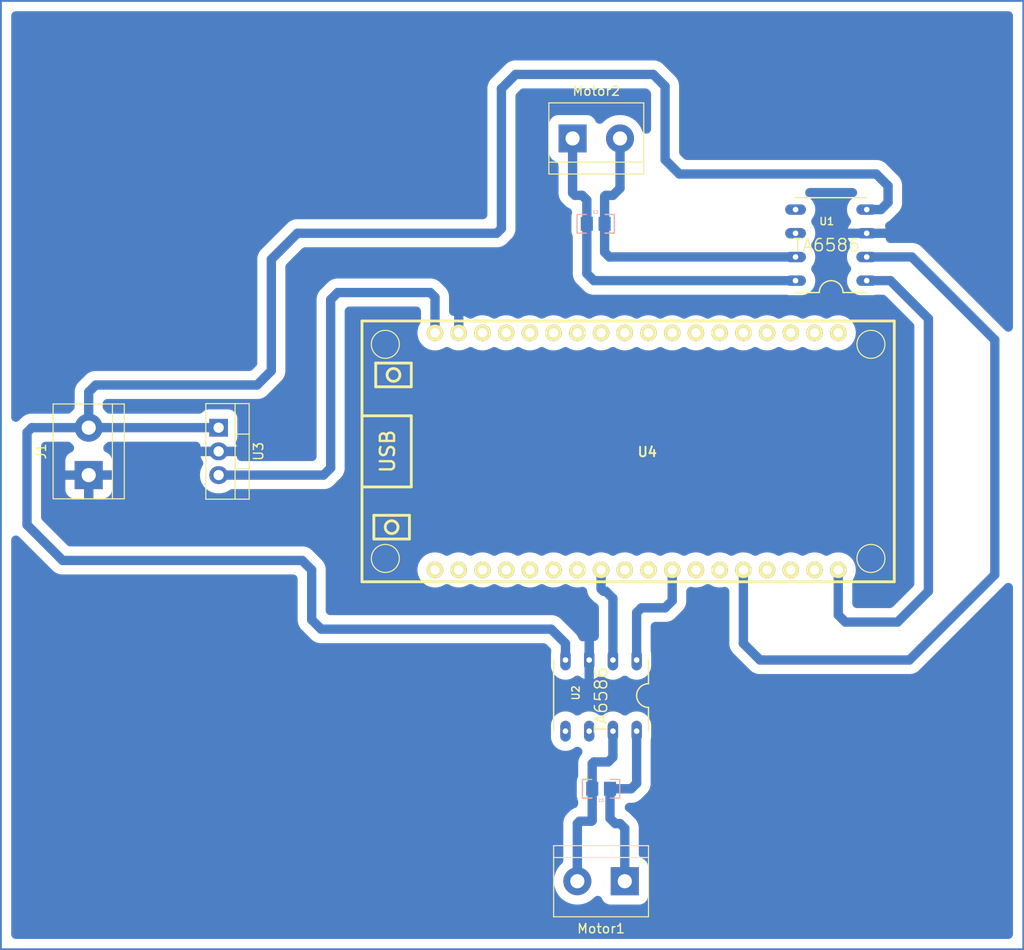
<source format=kicad_pcb>
(kicad_pcb (version 20240108) (generator "pcbnew") (generator_version "8.0")
  (layers (0 "F.Cu" signal) (31 "B.Cu" signal) (34 "B.Paste" user) (35 "F.Paste" user) (36 "B.SilkS" user "B.Silkscreen") (37 "F.SilkS" user "F.Silkscreen") (38 "B.Mask" user) (39 "F.Mask" user) (44 "Edge.Cuts" user))
  (net 0 "")
  (net 1 "Net-(Motor1-Pin_1)")
  (net 2 "Net-(Motor1-Pin_2)")
  (net 3 "Net-(Motor2-Pin_1)")
  (net 4 "Net-(Motor2-Pin_2)")
  (net 5 "VCC")
  (net 6 "GND")
  (net 7 "FI_1")
  (net 9 "BI_1")
  (net 12 "FI_2")
  (net 13 "BI_2")
  (net 15 "+5V")
  (footprint "TA6586 (2):TA6586-FOOTPRINT" (layer "F.Cu") (at 84.074 114.554 -90)
    (property "Reference" "U2" (at -9.1796 0.1638 90) (layer "F.SilkS") (effects (font (size 0.787402 0.787402))))
    (property "Value" "TA6586" (hide yes))
    (fp_line (start -12.7 2.54) (end -5.08 2.54) (stroke (width 0.1524)) (layer "F.SilkS"))
    (fp_line (start -12.7 -7.62) (end -10.16 -7.62) (stroke (width 0.1524)) (layer "F.SilkS"))
    (fp_line (start -7.62 -7.62) (end -5.08 -7.62) (stroke (width 0.1524)) (layer "F.SilkS"))
    (fp_arc (start -8.89 -6.35) (mid -9.788026 -6.721974) (end -10.16 -7.62) (stroke (width 0.1524)) (layer "F.SilkS"))
    (fp_arc (start -7.62 -7.62) (mid -7.991974 -6.721974) (end -8.89 -6.35) (stroke (width 0.1524)) (layer "F.SilkS"))
    (fp_text user "TA6586 " (at -8.89 -2.54 90) (layer "F.SilkS") (effects (font (size 1.32 1.32))))
    (pad "BI" thru_hole oval (at -12.7 -6.35 270) (size 2.216 1.108) (drill 0.6) (layers "*.Cu" "*.Mask") (net 13 "BI_2"))
    (pad "BO1" thru_hole oval (at -5.08 -3.81 270) (size 2.216 1.108) (drill 0.6) (layers "*.Cu" "*.Mask") (net 2 "Net-(Motor1-Pin_2)"))
    (pad "BO2" thru_hole oval (at -5.08 -6.35 270) (size 2.216 1.108) (drill 0.6) (layers "*.Cu" "*.Mask") (net 1 "Net-(Motor1-Pin_1)"))
    (pad "FI" thru_hole oval (at -12.7 -3.81 270) (size 2.216 1.108) (drill 0.6) (layers "*.Cu" "*.Mask") (net 12 "FI_2"))
    (pad "FO1" thru_hole oval (at -5.08 1.27 270) (size 2.216 1.108) (drill 0.6) (layers "*.Cu" "*.Mask"))
    (pad "FO2" thru_hole oval (at -5.08 -1.27 270) (size 2.216 1.108) (drill 0.6) (layers "*.Cu" "*.Mask"))
    (pad "GND" thru_hole oval (at -12.7 -1.27 270) (size 2.216 1.108) (drill 0.6) (layers "*.Cu" "*.Mask") (net 6 "GND"))
    (pad "VCC" thru_hole oval (at -12.7 1.27 270) (size 2.216 1.108) (drill 0.6) (layers "*.Cu" "*.Mask") (net 5 "VCC"))
  )
  (footprint "EESTN5:ESP32_DEVKIT_V1_DOIT" (layer "F.Cu") (at 91.694 79.502 180)
    (property "Reference" "U4" (at 0.127 -0.0635 0) (layer "F.SilkS") (effects (font (size 1.016 1.016) (thickness 0.2032))))
    (property "Value" "ESP32_DevKit_V1_DOIT" (hide yes))
    (fp_line (start 30.68 13.97) (end 30.68 -13.97) (stroke (width 0.3048)) (layer "F.SilkS"))
    (fp_line (start 30.48 -3.81) (end 25.4 -3.81) (stroke (width 0.3048)) (layer "F.SilkS"))
    (fp_line (start 29.41 -6.85) (end 29.41 -9.39) (stroke (width 0.3048)) (layer "F.SilkS"))
    (fp_line (start 29.41 -9.39) (end 25.6 -9.39) (stroke (width 0.3048)) (layer "F.SilkS"))
    (fp_line (start 29.21 9.46) (end 25.4 9.46) (stroke (width 0.3048)) (layer "F.SilkS"))
    (fp_line (start 29.21 6.92) (end 29.21 9.46) (stroke (width 0.3048)) (layer "F.SilkS"))
    (fp_line (start 25.6 -6.85) (end 29.41 -6.85) (stroke (width 0.3048)) (layer "F.SilkS"))
    (fp_line (start 25.6 -9.39) (end 25.6 -6.85) (stroke (width 0.3048)) (layer "F.SilkS"))
    (fp_line (start 25.4 9.46) (end 25.4 6.92) (stroke (width 0.3048)) (layer "F.SilkS"))
    (fp_line (start 25.4 6.92) (end 29.21 6.92) (stroke (width 0.3048)) (layer "F.SilkS"))
    (fp_line (start 25.4 3.81) (end 30.48 3.81) (stroke (width 0.3048)) (layer "F.SilkS"))
    (fp_line (start 25.4 -3.81) (end 25.4 3.81) (stroke (width 0.3048)) (layer "F.SilkS"))
    (fp_line (start -26.32 13.97) (end 30.68 13.97) (stroke (width 0.3048)) (layer "F.SilkS"))
    (fp_line (start -26.32 -13.97) (end 30.68 -13.97) (stroke (width 0.3048)) (layer "F.SilkS"))
    (fp_line (start -26.32 -13.97) (end -26.32 13.97) (stroke (width 0.3048)) (layer "F.SilkS"))
    (fp_circle (center 28.18 11.47) (end 29.68 11.47) (stroke (width 0.12)) (fill none) (layer "F.SilkS"))
    (fp_circle (center 28.18 -11.47) (end 29.68 -11.47) (stroke (width 0.12)) (fill none) (layer "F.SilkS"))
    (fp_circle (center 27.505 -8.12) (end 28.0765 -7.739) (stroke (width 0.3048)) (fill none) (layer "F.SilkS"))
    (fp_circle (center 27.305 8.19) (end 27.8765 8.571) (stroke (width 0.3048)) (fill none) (layer "F.SilkS"))
    (fp_circle (center -23.82 11.47) (end -22.32 11.47) (stroke (width 0.12)) (fill none) (layer "F.SilkS"))
    (fp_circle (center -23.82 -11.47) (end -22.32 -11.47) (stroke (width 0.12)) (fill none) (layer "F.SilkS"))
    (fp_text user "USB" (at 27.94 0 90) (layer "F.SilkS") (effects (font (size 1.524 1.524) (thickness 0.254))))
    (pad "1" thru_hole circle (at -20.32 12.7) (size 1.75 1.75) (drill 1) (layers "*.Cu" "*.Mask" "F.SilkS"))
    (pad "2" thru_hole circle (at -17.78 12.7) (size 1.75 1.75) (drill 1) (layers "*.Cu" "*.Mask" "F.SilkS"))
    (pad "3" thru_hole circle (at -15.24 12.7) (size 1.75 1.75) (drill 1) (layers "*.Cu" "*.Mask" "F.SilkS"))
    (pad "4" thru_hole circle (at -12.7 12.7) (size 1.75 1.75) (drill 1) (layers "*.Cu" "*.Mask" "F.SilkS"))
    (pad "5" thru_hole circle (at -10.16 12.7) (size 1.75 1.75) (drill 1) (layers "*.Cu" "*.Mask" "F.SilkS"))
    (pad "6" thru_hole circle (at -7.62 12.7) (size 1.75 1.75) (drill 1) (layers "*.Cu" "*.Mask" "F.SilkS"))
    (pad "7" thru_hole circle (at -5.08 12.7) (size 1.75 1.75) (drill 1) (layers "*.Cu" "*.Mask" "F.SilkS"))
    (pad "8" thru_hole circle (at -2.54 12.7) (size 1.75 1.75) (drill 1) (layers "*.Cu" "*.Mask" "F.SilkS"))
    (pad "9" thru_hole circle (at 0 12.7) (size 1.75 1.75) (drill 1) (layers "*.Cu" "*.Mask" "F.SilkS"))
    (pad "10" thru_hole circle (at 2.54 12.7) (size 1.75 1.75) (drill 1) (layers "*.Cu" "*.Mask" "F.SilkS"))
    (pad "11" thru_hole circle (at 5.08 12.7) (size 1.75 1.75) (drill 1) (layers "*.Cu" "*.Mask" "F.SilkS"))
    (pad "12" thru_hole circle (at 7.62 12.7) (size 1.75 1.75) (drill 1) (layers "*.Cu" "*.Mask" "F.SilkS"))
    (pad "13" thru_hole circle (at 10.16 12.7) (size 1.75 1.75) (drill 1) (layers "*.Cu" "*.Mask" "F.SilkS"))
    (pad "14" thru_hole circle (at 12.7 12.7) (size 1.75 1.75) (drill 1) (layers "*.Cu" "*.Mask" "F.SilkS"))
    (pad "15" thru_hole circle (at 15.24 12.7) (size 1.75 1.75) (drill 1) (layers "*.Cu" "*.Mask" "F.SilkS"))
    (pad "16" thru_hole circle (at 17.78 12.7) (size 1.75 1.75) (drill 1) (layers "*.Cu" "*.Mask" "F.SilkS"))
    (pad "17" thru_hole circle (at 20.32 12.7) (size 1.75 1.75) (drill 1) (layers "*.Cu" "*.Mask" "F.SilkS") (net 6 "GND"))
    (pad "18" thru_hole circle (at 22.86 12.7) (size 1.75 1.75) (drill 1) (layers "*.Cu" "*.Mask" "F.SilkS") (net 15 "+5V"))
    (pad "19" thru_hole circle (at 22.86 -12.7) (size 1.75 1.75) (drill 1) (layers "*.Cu" "*.Mask" "F.SilkS"))
    (pad "20" thru_hole circle (at 20.32 -12.7) (size 1.75 1.75) (drill 1) (layers "*.Cu" "*.Mask" "F.SilkS"))
    (pad "21" thru_hole circle (at 17.78 -12.7) (size 1.75 1.75) (drill 1) (layers "*.Cu" "*.Mask" "F.SilkS"))
    (pad "22" thru_hole circle (at 15.24 -12.7) (size 1.75 1.75) (drill 1) (layers "*.Cu" "*.Mask" "F.SilkS"))
    (pad "23" thru_hole circle (at 12.7 -12.7) (size 1.75 1.75) (drill 1) (layers "*.Cu" "*.Mask" "F.SilkS"))
    (pad "24" thru_hole circle (at 10.16 -12.7) (size 1.75 1.75) (drill 1) (layers "*.Cu" "*.Mask" "F.SilkS"))
    (pad "25" thru_hole circle (at 7.62 -12.7) (size 1.75 1.75) (drill 1) (layers "*.Cu" "*.Mask" "F.SilkS"))
    (pad "26" thru_hole circle (at 5.08 -12.7) (size 1.75 1.75) (drill 1) (layers "*.Cu" "*.Mask" "F.SilkS") (net 12 "FI_2"))
    (pad "27" thru_hole circle (at 2.54 -12.7) (size 1.75 1.75) (drill 1) (layers "*.Cu" "*.Mask" "F.SilkS"))
    (pad "28" thru_hole circle (at 0 -12.7) (size 1.75 1.75) (drill 1) (layers "*.Cu" "*.Mask" "F.SilkS"))
    (pad "29" thru_hole circle (at -2.54 -12.7) (size 1.75 1.75) (drill 1) (layers "*.Cu" "*.Mask" "F.SilkS") (net 13 "BI_2"))
    (pad "30" thru_hole circle (at -5.08 -12.7) (size 1.75 1.75) (drill 1) (layers "*.Cu" "*.Mask" "F.SilkS"))
    (pad "31" thru_hole circle (at -7.62 -12.7) (size 1.75 1.75) (drill 1) (layers "*.Cu" "*.Mask" "F.SilkS"))
    (pad "32" thru_hole circle (at -10.16 -12.7) (size 1.75 1.75) (drill 1) (layers "*.Cu" "*.Mask" "F.SilkS") (net 7 "FI_1"))
    (pad "33" thru_hole circle (at -12.7 -12.7) (size 1.75 1.75) (drill 1) (layers "*.Cu" "*.Mask" "F.SilkS"))
    (pad "34" thru_hole circle (at -15.24 -12.7) (size 1.75 1.75) (drill 1) (layers "*.Cu" "*.Mask" "F.SilkS"))
    (pad "35" thru_hole circle (at -17.78 -12.7) (size 1.75 1.75) (drill 1) (layers "*.Cu" "*.Mask" "F.SilkS"))
    (pad "36" thru_hole circle (at -20.32 -12.7) (size 1.75 1.75) (drill 1) (layers "*.Cu" "*.Mask" "F.SilkS") (net 9 "BI_1"))
  )
  (footprint "TA6586 (2):TA6586-FOOTPRINT" (layer "F.Cu") (at 102.362 54.864 180)
    (property "Reference" "U1" (at -8.4176 0 360) (layer "F.SilkS") (effects (font (size 0.787402 0.787402))))
    (property "Value" "TA6586" (hide yes))
    (fp_line (start -7.62 -7.62) (end -5.08 -7.62) (stroke (width 0.1524)) (layer "F.SilkS"))
    (fp_line (start -12.7 2.54) (end -5.08 2.54) (stroke (width 0.1524)) (layer "F.SilkS"))
    (fp_line (start -12.7 -7.62) (end -10.16 -7.62) (stroke (width 0.1524)) (layer "F.SilkS"))
    (fp_arc (start -7.62 -7.62) (mid -7.991974 -6.721974) (end -8.89 -6.35) (stroke (width 0.1524)) (layer "F.SilkS"))
    (fp_arc (start -8.89 -6.35) (mid -9.788026 -6.721974) (end -10.16 -7.62) (stroke (width 0.1524)) (layer "F.SilkS"))
    (fp_text user "TA6586 " (at -8.89 -2.54 360) (layer "F.SilkS") (effects (font (size 1.32 1.32))))
    (pad "BI" thru_hole oval (at -12.7 -6.35 180) (size 2.216 1.108) (drill 0.6) (layers "*.Cu" "*.Mask") (net 9 "BI_1"))
    (pad "BO1" thru_hole oval (at -5.08 -3.81 180) (size 2.216 1.108) (drill 0.6) (layers "*.Cu" "*.Mask") (net 4 "Net-(Motor2-Pin_2)"))
    (pad "BO2" thru_hole oval (at -5.08 -6.35 180) (size 2.216 1.108) (drill 0.6) (layers "*.Cu" "*.Mask") (net 3 "Net-(Motor2-Pin_1)"))
    (pad "FI" thru_hole oval (at -12.7 -3.81 180) (size 2.216 1.108) (drill 0.6) (layers "*.Cu" "*.Mask") (net 7 "FI_1"))
    (pad "FO1" thru_hole oval (at -5.08 1.27 180) (size 2.216 1.108) (drill 0.6) (layers "*.Cu" "*.Mask"))
    (pad "FO2" thru_hole oval (at -5.08 -1.27 180) (size 2.216 1.108) (drill 0.6) (layers "*.Cu" "*.Mask"))
    (pad "GND" thru_hole oval (at -12.7 -1.27 180) (size 2.216 1.108) (drill 0.6) (layers "*.Cu" "*.Mask") (net 6 "GND"))
    (pad "VCC" thru_hole oval (at -12.7 1.27 180) (size 2.216 1.108) (drill 0.6) (layers "*.Cu" "*.Mask") (net 5 "VCC"))
  )
  (footprint "Package_TO_SOT_THT:TO-220-3_Vertical" (layer "F.Cu") (at 45.664 76.962 -90)
    (property "Reference" "U3" (at 2.54 -4.27 90) (layer "F.SilkS"))
    (property "Value" "LM7805_TO220")
    (fp_line (start -2.58 1.371) (end 7.66 1.371) (stroke (width 0.12)) (layer "F.SilkS"))
    (fp_line (start -2.58 -1.76) (end 7.66 -1.76) (stroke (width 0.12)) (layer "F.SilkS"))
    (fp_line (start -2.58 -3.27) (end -2.58 1.371) (stroke (width 0.12)) (layer "F.SilkS"))
    (fp_line (start -2.58 -3.27) (end 7.66 -3.27) (stroke (width 0.12)) (layer "F.SilkS"))
    (fp_line (start 0.69 -3.27) (end 0.69 -1.76) (stroke (width 0.12)) (layer "F.SilkS"))
    (fp_line (start 4.391 -3.27) (end 4.391 -1.76) (stroke (width 0.12)) (layer "F.SilkS"))
    (fp_line (start 7.66 -3.27) (end 7.66 1.371) (stroke (width 0.12)) (layer "F.SilkS"))
    (pad "1" thru_hole rect (at 0 0 270) (size 1.905 2) (drill 1.1) (layers "*.Cu" "*.Mask") (net 5 "VCC"))
    (pad "2" thru_hole oval (at 2.54 0 270) (size 1.905 2) (drill 1.1) (layers "*.Cu" "*.Mask") (net 6 "GND"))
    (pad "3" thru_hole oval (at 5.08 0 270) (size 1.905 2) (drill 1.1) (layers "*.Cu" "*.Mask") (net 15 "+5V"))
  )
  (footprint "TerminalBlock:TerminalBlock_bornier-2_P5.08mm" (layer "F.Cu") (at 83.566 45.974)
    (property "Reference" "Motor2" (at 2.54 -5.08 360) (layer "F.SilkS"))
    (property "Value" "Screw_Terminal_01x02")
    (fp_line (start -2.54 -3.81) (end -2.54 3.81) (stroke (width 0.12)) (layer "F.SilkS"))
    (fp_line (start -2.54 3.81) (end 7.62 3.81) (stroke (width 0.12)) (layer "F.SilkS"))
    (fp_line (start 7.62 -3.81) (end -2.54 -3.81) (stroke (width 0.12)) (layer "F.SilkS"))
    (fp_line (start 7.62 2.54) (end -2.54 2.54) (stroke (width 0.12)) (layer "F.SilkS"))
    (fp_line (start 7.62 3.81) (end 7.62 -3.81) (stroke (width 0.12)) (layer "F.SilkS"))
    (pad "1" thru_hole rect (at 0 0) (size 3 3) (drill 1.52) (layers "*.Cu" "*.Mask") (net 3 "Net-(Motor2-Pin_1)"))
    (pad "2" thru_hole circle (at 5.08 0) (size 3 3) (drill 1.52) (layers "*.Cu" "*.Mask") (net 4 "Net-(Motor2-Pin_2)"))
  )
  (footprint "TerminalBlock:TerminalBlock_bornier-2_P5.08mm" (layer "F.Cu") (at 89.154 125.555 180)
    (property "Reference" "Motor1" (at 2.54 -5.08 360) (layer "F.SilkS"))
    (property "Value" "Screw_Terminal_01x02")
    (fp_line (start 7.62 3.81) (end 7.62 -3.81) (stroke (width 0.12)) (layer "F.SilkS"))
    (fp_line (start 7.62 2.54) (end -2.54 2.54) (stroke (width 0.12)) (layer "F.SilkS"))
    (fp_line (start 7.62 -3.81) (end -2.54 -3.81) (stroke (width 0.12)) (layer "F.SilkS"))
    (fp_line (start -2.54 3.81) (end 7.62 3.81) (stroke (width 0.12)) (layer "F.SilkS"))
    (fp_line (start -2.54 -3.81) (end -2.54 3.81) (stroke (width 0.12)) (layer "F.SilkS"))
    (pad "1" thru_hole rect (at 0 0 180) (size 3 3) (drill 1.52) (layers "*.Cu" "*.Mask") (net 1 "Net-(Motor1-Pin_1)"))
    (pad "2" thru_hole circle (at 5.08 0 180) (size 3 3) (drill 1.52) (layers "*.Cu" "*.Mask") (net 2 "Net-(Motor1-Pin_2)"))
  )
  (footprint "TerminalBlock:TerminalBlock_bornier-2_P5.08mm" (layer "F.Cu") (at 31.75 82.042 90)
    (property "Reference" "J1" (at 2.54 -5.08 90) (layer "F.SilkS"))
    (property "Value" "Screw_Terminal_01x02")
    (fp_line (start 7.62 -3.81) (end -2.54 -3.81) (stroke (width 0.12)) (layer "F.SilkS"))
    (fp_line (start -2.54 -3.81) (end -2.54 3.81) (stroke (width 0.12)) (layer "F.SilkS"))
    (fp_line (start 7.62 2.54) (end -2.54 2.54) (stroke (width 0.12)) (layer "F.SilkS"))
    (fp_line (start 7.62 3.81) (end 7.62 -3.81) (stroke (width 0.12)) (layer "F.SilkS"))
    (fp_line (start -2.54 3.81) (end 7.62 3.81) (stroke (width 0.12)) (layer "F.SilkS"))
    (pad "1" thru_hole rect (at 0 0 90) (size 3 3) (drill 1.52) (layers "*.Cu" "*.Mask") (net 6 "GND"))
    (pad "2" thru_hole circle (at 5.08 0 90) (size 3 3) (drill 1.52) (layers "*.Cu" "*.Mask") (net 5 "VCC"))
  )
  (footprint "EESTN5:C_0805" (layer "B.Cu") (at 86.61975 115.649)
    (property "Reference" "C1" (at 0 1.25 360) (layer "B.SilkS") (effects (font (size 0.29972 0.29972) (thickness 0.06096)) (justify mirror)))
    (property "Value" "C_Small" (hide yes))
    (fp_line (start -2 -1) (end -2 1) (stroke (width 0.15)) (layer "B.SilkS"))
    (fp_line (start -2 1) (end -1 1) (stroke (width 0.15)) (layer "B.SilkS"))
    (fp_line (start -1 -1) (end -2 -1) (stroke (width 0.15)) (layer "B.SilkS"))
    (fp_line (start 1 -1) (end 2 -1) (stroke (width 0.127)) (layer "B.SilkS"))
    (fp_line (start 2 -1) (end 2 1) (stroke (width 0.127)) (layer "B.SilkS"))
    (fp_line (start 2 1) (end 1 1) (stroke (width 0.127)) (layer "B.SilkS"))
    (pad "1" smd rect (at 0.9525 0) (size 1.30048 1.4986) (layers "B.Cu" "B.Paste" "B.Mask") (net 1 "Net-(Motor1-Pin_1)"))
    (pad "2" smd rect (at -0.9525 0) (size 1.30048 1.4986) (layers "B.Cu" "B.Paste" "B.Mask") (net 2 "Net-(Motor1-Pin_2)"))
  )
  (footprint "EESTN5:C_0805" (layer "B.Cu") (at 86.0425 55.118 180)
    (property "Reference" "C2" (at 0 1.25 360) (layer "B.SilkS") (effects (font (size 0.29972 0.29972) (thickness 0.06096)) (justify mirror)))
    (property "Value" "C_Small" (hide yes))
    (fp_line (start 2 1) (end 1 1) (stroke (width 0.127)) (layer "B.SilkS"))
    (fp_line (start 2 -1) (end 2 1) (stroke (width 0.127)) (layer "B.SilkS"))
    (fp_line (start 1 -1) (end 2 -1) (stroke (width 0.127)) (layer "B.SilkS"))
    (fp_line (start -1 -1) (end -2 -1) (stroke (width 0.15)) (layer "B.SilkS"))
    (fp_line (start -2 1) (end -1 1) (stroke (width 0.15)) (layer "B.SilkS"))
    (fp_line (start -2 -1) (end -2 1) (stroke (width 0.15)) (layer "B.SilkS"))
    (pad "1" smd rect (at 0.9525 0 180) (size 1.30048 1.4986) (layers "B.Cu" "B.Paste" "B.Mask") (net 3 "Net-(Motor2-Pin_1)"))
    (pad "2" smd rect (at -0.9525 0 180) (size 1.30048 1.4986) (layers "B.Cu" "B.Paste" "B.Mask") (net 4 "Net-(Motor2-Pin_2)"))
  )
  (gr_rect (start 22.352 31.242) (end 131.826 132.842) (stroke (width 0.2)) (fill none) (layer "B.Cu"))
  (segment (start 87.57225 115.649) (end 89.837 115.649) (width 1) (layer "B.Cu") (net 1))
  (segment (start 89.154 119.888) (end 89.154 125.555) (width 1) (layer "B.Cu") (net 1))
  (segment (start 89.837 115.649) (end 90.424 115.062) (width 1) (layer "B.Cu") (net 1))
  (segment (start 87.57225 118.81425) (end 88.138 119.38) (width 1) (layer "B.Cu") (net 1))
  (segment (start 87.57225 115.649) (end 87.57225 118.81425) (width 1) (layer "B.Cu") (net 1))
  (segment (start 90.424 115.062) (end 90.424 109.474) (width 1) (layer "B.Cu") (net 1))
  (segment (start 88.646 119.38) (end 89.154 119.888) (width 1) (layer "B.Cu") (net 1))
  (segment (start 88.138 119.38) (end 88.646 119.38) (width 1) (layer "B.Cu") (net 1))
  (segment (start 84.074 119.38) (end 84.074 125.555) (width 1) (layer "B.Cu") (net 2))
  (segment (start 85.66725 115.649) (end 85.66725 112.96075) (width 1) (layer "B.Cu") (net 2))
  (segment (start 85.852 112.776) (end 87.376 112.776) (width 1) (layer "B.Cu") (net 2))
  (segment (start 85.66725 112.96075) (end 85.852 112.776) (width 1) (layer "B.Cu") (net 2))
  (segment (start 84.328 119.126) (end 84.074 119.38) (width 1) (layer "B.Cu") (net 2))
  (segment (start 87.884 112.268) (end 87.884 109.474) (width 1) (layer "B.Cu") (net 2))
  (segment (start 85.598 119.126) (end 84.328 119.126) (width 1) (layer "B.Cu") (net 2))
  (segment (start 85.66725 119.05675) (end 85.598 119.126) (width 1) (layer "B.Cu") (net 2))
  (segment (start 87.376 112.776) (end 87.884 112.268) (width 1) (layer "B.Cu") (net 2))
  (segment (start 85.66725 115.649) (end 85.66725 119.05675) (width 1) (layer "B.Cu") (net 2))
  (segment (start 85.09 60.452) (end 85.09 55.118) (width 1) (layer "B.Cu") (net 3))
  (segment (start 84.582 52.07) (end 83.82 52.07) (width 1) (layer "B.Cu") (net 3))
  (segment (start 83.566 51.816) (end 83.566 45.974) (width 1) (layer "B.Cu") (net 3))
  (segment (start 85.852 61.214) (end 85.09 60.452) (width 1) (layer "B.Cu") (net 3))
  (segment (start 83.82 52.07) (end 83.566 51.816) (width 1) (layer "B.Cu") (net 3))
  (segment (start 107.442 61.214) (end 85.852 61.214) (width 1) (layer "B.Cu") (net 3))
  (segment (start 85.09 52.578) (end 84.582 52.07) (width 1) (layer "B.Cu") (net 3))
  (segment (start 85.09 55.118) (end 85.09 52.578) (width 1) (layer "B.Cu") (net 3))
  (segment (start 86.995 55.118) (end 86.995 52.197) (width 1) (layer "B.Cu") (net 4))
  (segment (start 87.884 52.07) (end 88.646 51.308) (width 1) (layer "B.Cu") (net 4))
  (segment (start 86.995 58.166) (end 87.503 58.674) (width 1) (layer "B.Cu") (net 4))
  (segment (start 86.995 52.197) (end 87.122 52.07) (width 1) (layer "B.Cu") (net 4))
  (segment (start 87.122 52.07) (end 87.884 52.07) (width 1) (layer "B.Cu") (net 4))
  (segment (start 87.503 58.674) (end 107.442 58.674) (width 1) (layer "B.Cu") (net 4))
  (segment (start 88.646 51.308) (end 88.646 45.974) (width 1) (layer "B.Cu") (net 4))
  (segment (start 86.995 55.118) (end 86.995 58.166) (width 1) (layer "B.Cu") (net 4))
  (segment (start 93.472 48.26) (end 94.996 49.784) (width 1) (layer "B.Cu") (net 5))
  (segment (start 117.348 51.054) (end 117.348 52.832) (width 1) (layer "B.Cu") (net 5))
  (segment (start 75.438 56.134) (end 75.946 55.626) (width 1) (layer "B.Cu") (net 5))
  (segment (start 94.996 49.784) (end 116.078 49.784) (width 1) (layer "B.Cu") (net 5))
  (segment (start 25.146 87.376) (end 28.956 91.186) (width 1) (layer "B.Cu") (net 5))
  (segment (start 55.626 92.202) (end 55.626 97.536) (width 1) (layer "B.Cu") (net 5))
  (segment (start 32.512 72.39) (end 49.784 72.39) (width 1) (layer "B.Cu") (net 5))
  (segment (start 54.102 56.134) (end 75.438 56.134) (width 1) (layer "B.Cu") (net 5))
  (segment (start 31.75 76.962) (end 31.75 73.152) (width 1) (layer "B.Cu") (net 5))
  (segment (start 51.308 70.866) (end 51.308 58.928) (width 1) (layer "B.Cu") (net 5))
  (segment (start 31.75 76.962) (end 25.654 76.962) (width 1) (layer "B.Cu") (net 5))
  (segment (start 25.654 76.962) (end 25.146 77.47) (width 1) (layer "B.Cu") (net 5))
  (segment (start 51.308 58.928) (end 54.102 56.134) (width 1) (layer "B.Cu") (net 5))
  (segment (start 77.47 39.116) (end 92.202 39.116) (width 1) (layer "B.Cu") (net 5))
  (segment (start 54.61 91.186) (end 55.626 92.202) (width 1) (layer "B.Cu") (net 5))
  (segment (start 81.28 98.552) (end 82.804 100.076) (width 1) (layer "B.Cu") (net 5))
  (segment (start 25.146 77.47) (end 25.146 87.376) (width 1) (layer "B.Cu") (net 5))
  (segment (start 82.804 100.076) (end 82.804 101.854) (width 1) (layer "B.Cu") (net 5))
  (segment (start 31.75 76.962) (end 45.664 76.962) (width 1) (layer "B.Cu") (net 5))
  (segment (start 75.946 55.626) (end 75.946 40.64) (width 1) (layer "B.Cu") (net 5))
  (segment (start 92.202 39.116) (end 93.472 40.386) (width 1) (layer "B.Cu") (net 5))
  (segment (start 116.078 49.784) (end 117.348 51.054) (width 1) (layer "B.Cu") (net 5))
  (segment (start 75.946 40.64) (end 77.47 39.116) (width 1) (layer "B.Cu") (net 5))
  (segment (start 31.75 73.152) (end 32.512 72.39) (width 1) (layer "B.Cu") (net 5))
  (segment (start 56.642 98.552) (end 81.28 98.552) (width 1) (layer "B.Cu") (net 5))
  (segment (start 49.784 72.39) (end 51.308 70.866) (width 1) (layer "B.Cu") (net 5))
  (segment (start 55.626 97.536) (end 56.642 98.552) (width 1) (layer "B.Cu") (net 5))
  (segment (start 28.956 91.186) (end 54.61 91.186) (width 1) (layer "B.Cu") (net 5))
  (segment (start 116.586 53.594) (end 115.062 53.594) (width 1) (layer "B.Cu") (net 5))
  (segment (start 93.472 40.386) (end 93.472 48.26) (width 1) (layer "B.Cu") (net 5))
  (segment (start 117.348 52.832) (end 116.586 53.594) (width 1) (layer "B.Cu") (net 5))
  (segment (start 36.322 82.042) (end 36.83 81.534) (width 1) (layer "B.Cu") (net 6))
  (segment (start 54.864 62.992) (end 58.166 59.69) (width 1) (layer "B.Cu") (net 6))
  (segment (start 32.004 88.646) (end 58.166 88.646) (width 1) (layer "B.Cu") (net 6))
  (segment (start 37.338 79.502) (end 45.664 79.502) (width 1) (layer "B.Cu") (net 6))
  (segment (start 83.82 94.996) (end 85.344 96.52) (width 1) (layer "B.Cu") (net 6))
  (segment (start 85.344 96.52) (end 85.344 101.854) (width 1) (layer "B.Cu") (net 6))
  (segment (start 36.83 81.534) (end 36.83 80.01) (width 1) (layer "B.Cu") (net 6))
  (segment (start 58.166 59.69) (end 70.104 59.69) (width 1) (layer "B.Cu") (net 6))
  (segment (start 59.944 94.996) (end 83.82 94.996) (width 1) (layer "B.Cu") (net 6))
  (segment (start 58.166 88.646) (end 58.928 89.408) (width 1) (layer "B.Cu") (net 6))
  (segment (start 36.83 80.01) (end 37.338 79.502) (width 1) (layer "B.Cu") (net 6))
  (segment (start 54.864 79.502) (end 54.864 62.992) (width 1) (layer "B.Cu") (net 6))
  (segment (start 58.928 93.98) (end 59.944 94.996) (width 1) (layer "B.Cu") (net 6))
  (segment (start 70.104 59.69) (end 71.374 60.96) (width 1) (layer "B.Cu") (net 6))
  (segment (start 31.75 88.392) (end 32.004 88.646) (width 1) (layer "B.Cu") (net 6))
  (segment (start 45.664 79.502) (end 54.864 79.502) (width 1) (layer "B.Cu") (net 6))
  (segment (start 58.928 89.408) (end 58.928 93.98) (width 1) (layer "B.Cu") (net 6))
  (segment (start 31.75 82.042) (end 31.75 88.392) (width 1) (layer "B.Cu") (net 6))
  (segment (start 31.75 82.042) (end 36.322 82.042) (width 1) (layer "B.Cu") (net 6))
  (segment (start 71.374 60.96) (end 71.374 66.802) (width 1) (layer "B.Cu") (net 6))
  (segment (start 101.854 92.202) (end 101.854 100.076) (width 1) (layer "B.Cu") (net 7))
  (segment (start 128.778 92.71) (end 128.778 67.564) (width 1) (layer "B.Cu") (net 7))
  (segment (start 128.778 67.564) (end 119.888 58.674) (width 1) (layer "B.Cu") (net 7))
  (segment (start 101.854 100.076) (end 103.632 101.854) (width 1) (layer "B.Cu") (net 7))
  (segment (start 119.888 58.674) (end 115.062 58.674) (width 1) (layer "B.Cu") (net 7))
  (segment (start 103.632 101.854) (end 119.634 101.854) (width 1) (layer "B.Cu") (net 7))
  (segment (start 119.634 101.854) (end 128.778 92.71) (width 1) (layer "B.Cu") (net 7))
  (segment (start 112.014 97.028) (end 112.776 97.79) (width 1) (layer "B.Cu") (net 9))
  (segment (start 121.666 65.278) (end 117.602 61.214) (width 1) (layer "B.Cu") (net 9))
  (segment (start 117.602 61.214) (end 115.062 61.214) (width 1) (layer "B.Cu") (net 9))
  (segment (start 118.364 97.79) (end 121.666 94.488) (width 1) (layer "B.Cu") (net 9))
  (segment (start 112.014 92.202) (end 112.014 97.028) (width 1) (layer "B.Cu") (net 9))
  (segment (start 112.776 97.79) (end 118.364 97.79) (width 1) (layer "B.Cu") (net 9))
  (segment (start 121.666 94.488) (end 121.666 65.278) (width 1) (layer "B.Cu") (net 9))
  (segment (start 87.122 94.488) (end 86.868 94.488) (width 1) (layer "B.Cu") (net 12))
  (segment (start 86.868 94.488) (end 86.614 94.234) (width 1) (layer "B.Cu") (net 12))
  (segment (start 87.884 101.854) (end 87.884 95.25) (width 1) (layer "B.Cu") (net 12))
  (segment (start 87.884 95.25) (end 87.122 94.488) (width 1) (layer "B.Cu") (net 12))
  (segment (start 86.614 94.234) (end 86.614 92.202) (width 1) (layer "B.Cu") (net 12))
  (segment (start 90.932 96.266) (end 93.472 96.266) (width 1) (layer "B.Cu") (net 13))
  (segment (start 93.472 96.266) (end 94.234 95.504) (width 1) (layer "B.Cu") (net 13))
  (segment (start 94.234 95.504) (end 94.234 92.202) (width 1) (layer "B.Cu") (net 13))
  (segment (start 90.424 96.774) (end 90.932 96.266) (width 1) (layer "B.Cu") (net 13))
  (segment (start 90.424 101.854) (end 90.424 96.774) (width 1) (layer "B.Cu") (net 13))
  (segment (start 68.834 62.992) (end 68.834 66.802) (width 1) (layer "B.Cu") (net 15))
  (segment (start 57.658 81.28) (end 57.658 63.246) (width 1) (layer "B.Cu") (net 15))
  (segment (start 68.326 62.484) (end 68.834 62.992) (width 1) (layer "B.Cu") (net 15))
  (segment (start 45.664 82.042) (end 56.896 82.042) (width 1) (layer "B.Cu") (net 15))
  (segment (start 57.658 63.246) (end 58.42 62.484) (width 1) (layer "B.Cu") (net 15))
  (segment (start 56.896 82.042) (end 57.658 81.28) (width 1) (layer "B.Cu") (net 15))
  (segment (start 58.42 62.484) (end 68.326 62.484) (width 1) (layer "B.Cu") (net 15))
  (zone (net 6) (net_name "GND") (layer "B.Cu") (priority 1) (connect_pads (clearance 1)) (min_thickness 1) (fill yes (thermal_gap 1) (thermal_bridge_width 1))
    (polygon (pts (xy 131.826 31.242) (xy 22.352 31.242) (xy 22.352 132.842) (xy 131.826 132.842)))
  )
)
</source>
